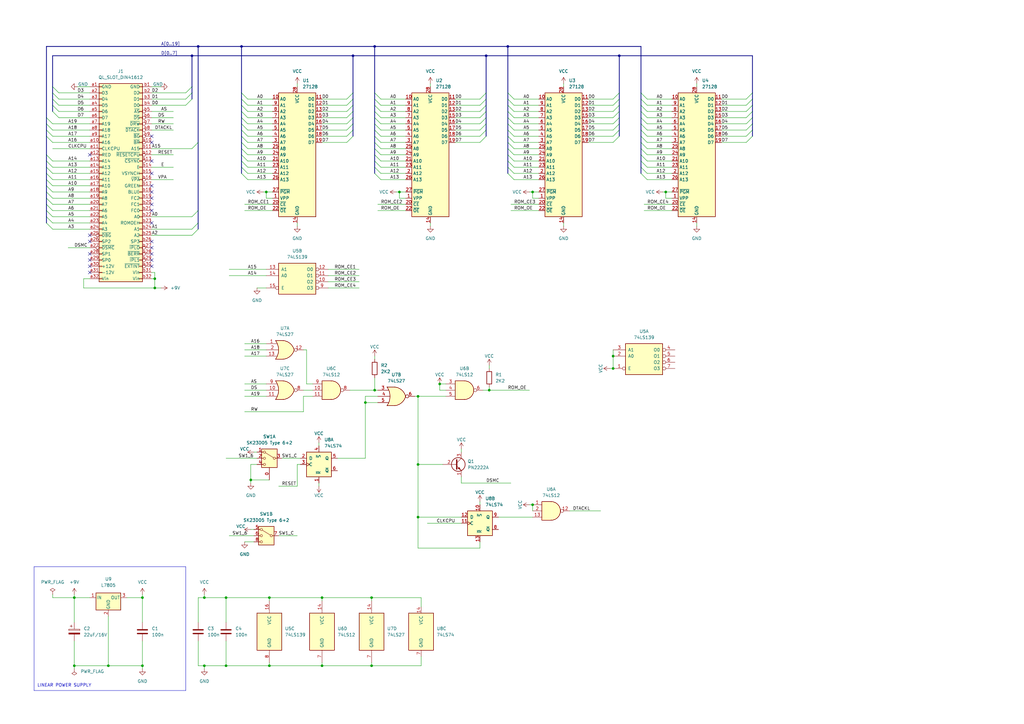
<source format=kicad_sch>
(kicad_sch (version 20250114) (generator "eeschema") (generator_version "9.0")
  (paper "A3")
  (title_block (title "Sinclair QL ROM Board") (date "2025-08-23") (rev "0.0") (company "Alvaro Alea Fernandez"))
  (text "LINEAR POWER SUPPLY" (at 15.24 281.94 0) (effects (font (size 1.27 1.27)) (justify left bottom)))
  (junction (at 44.45 273.05))
  (junction (at 152.4 273.05))
  (junction (at 83.82 273.05))
  (junction (at 149.86 165.1))
  (junction (at 30.48 273.05))
  (junction (at 78.74 22.86))
  (junction (at 110.49 273.05))
  (junction (at 109.22 78.74))
  (junction (at 63.5 118.11))
  (junction (at 58.42 245.11))
  (junction (at 171.45 212.09))
  (junction (at 132.08 245.11))
  (junction (at 58.42 273.05))
  (junction (at 273.05 78.74))
  (junction (at 102.87 196.85))
  (junction (at 152.4 245.11))
  (junction (at 132.08 273.05))
  (junction (at 153.67 160.02))
  (junction (at 83.82 245.11))
  (junction (at 63.5 114.3))
  (junction (at 30.48 245.11))
  (junction (at 92.71 245.11))
  (junction (at 81.28 19.05))
  (junction (at 200.66 160.02))
  (junction (at 254 22.86))
  (junction (at 218.44 207.01))
  (junction (at 99.06 19.05))
  (junction (at 218.44 78.74))
  (junction (at 171.45 190.5))
  (junction (at 144.78 22.86))
  (junction (at 163.83 78.74))
  (junction (at 110.49 245.11))
  (junction (at 251.46 146.05))
  (junction (at 180.34 157.48))
  (junction (at 208.28 19.05))
  (junction (at 153.67 19.05))
  (junction (at 251.46 151.13))
  (junction (at 199.39 22.86))
  (junction (at 171.45 162.56))
  (junction (at 92.71 273.05))
  (no_connect (at 62.23 91.44))
  (no_connect (at 36.83 96.52))
  (no_connect (at 62.23 76.2))
  (no_connect (at 62.23 66.04))
  (no_connect (at 36.83 111.76))
  (no_connect (at 62.23 86.36))
  (no_connect (at 62.23 55.88))
  (no_connect (at 36.83 99.06))
  (no_connect (at 36.83 106.68))
  (no_connect (at 62.23 99.06))
  (no_connect (at 62.23 104.14))
  (no_connect (at 62.23 106.68))
  (no_connect (at 62.23 109.22))
  (no_connect (at 36.83 63.5))
  (no_connect (at 62.23 101.6))
  (no_connect (at 62.23 83.82))
  (no_connect (at 62.23 78.74))
  (no_connect (at 62.23 58.42))
  (no_connect (at 36.83 104.14))
  (no_connect (at 36.83 109.22))
  (no_connect (at 62.23 71.12))
  (no_connect (at 62.23 81.28))
  (bus_entry (at 144.78 45.72) (size -2.54 2.54))
  (bus_entry (at 254 43.18) (size -2.54 2.54))
  (bus_entry (at 153.67 45.72) (size 2.54 2.54))
  (bus_entry (at 19.05 83.82) (size 2.54 2.54))
  (bus_entry (at 99.06 50.8) (size 2.54 2.54))
  (bus_entry (at 81.28 91.44) (size -2.54 2.54))
  (bus_entry (at 19.05 86.36) (size 2.54 2.54))
  (bus_entry (at 254 48.26) (size -2.54 2.54))
  (bus_entry (at 262.89 38.1) (size 2.54 2.54))
  (bus_entry (at 208.28 55.88) (size 2.54 2.54))
  (bus_entry (at 99.06 58.42) (size 2.54 2.54))
  (bus_entry (at 19.05 73.66) (size 2.54 2.54))
  (bus_entry (at 144.78 38.1) (size -2.54 2.54))
  (bus_entry (at 99.06 71.12) (size 2.54 2.54))
  (bus_entry (at 99.06 40.64) (size 2.54 2.54))
  (bus_entry (at 78.74 40.64) (size -2.54 2.54))
  (bus_entry (at 199.39 45.72) (size -2.54 2.54))
  (bus_entry (at 153.67 43.18) (size 2.54 2.54))
  (bus_entry (at 99.06 68.58) (size 2.54 2.54))
  (bus_entry (at 199.39 43.18) (size -2.54 2.54))
  (bus_entry (at 99.06 45.72) (size 2.54 2.54))
  (bus_entry (at 308.61 43.18) (size -2.54 2.54))
  (bus_entry (at 262.89 71.12) (size 2.54 2.54))
  (bus_entry (at 19.05 55.88) (size 2.54 2.54))
  (bus_entry (at 153.67 63.5) (size 2.54 2.54))
  (bus_entry (at 208.28 66.04) (size 2.54 2.54))
  (bus_entry (at 19.05 78.74) (size 2.54 2.54))
  (bus_entry (at 208.28 45.72) (size 2.54 2.54))
  (bus_entry (at 262.89 50.8) (size 2.54 2.54))
  (bus_entry (at 99.06 48.26) (size 2.54 2.54))
  (bus_entry (at 99.06 38.1) (size 2.54 2.54))
  (bus_entry (at 153.67 68.58) (size 2.54 2.54))
  (bus_entry (at 208.28 63.5) (size 2.54 2.54))
  (bus_entry (at 21.59 43.18) (size 2.54 2.54))
  (bus_entry (at 199.39 48.26) (size -2.54 2.54))
  (bus_entry (at 262.89 53.34) (size 2.54 2.54))
  (bus_entry (at 153.67 53.34) (size 2.54 2.54))
  (bus_entry (at 262.89 43.18) (size 2.54 2.54))
  (bus_entry (at 153.67 55.88) (size 2.54 2.54))
  (bus_entry (at 19.05 71.12) (size 2.54 2.54))
  (bus_entry (at 81.28 93.98) (size -2.54 2.54))
  (bus_entry (at 81.28 58.42) (size -2.54 2.54))
  (bus_entry (at 208.28 60.96) (size 2.54 2.54))
  (bus_entry (at 19.05 53.34) (size 2.54 2.54))
  (bus_entry (at 153.67 71.12) (size 2.54 2.54))
  (bus_entry (at 199.39 38.1) (size -2.54 2.54))
  (bus_entry (at 19.05 48.26) (size 2.54 2.54))
  (bus_entry (at 153.67 50.8) (size 2.54 2.54))
  (bus_entry (at 19.05 63.5) (size 2.54 2.54))
  (bus_entry (at 19.05 50.8) (size 2.54 2.54))
  (bus_entry (at 144.78 50.8) (size -2.54 2.54))
  (bus_entry (at 99.06 53.34) (size 2.54 2.54))
  (bus_entry (at 21.59 38.1) (size 2.54 2.54))
  (bus_entry (at 144.78 40.64) (size -2.54 2.54))
  (bus_entry (at 21.59 35.56) (size 2.54 2.54))
  (bus_entry (at 21.59 45.72) (size 2.54 2.54))
  (bus_entry (at 208.28 68.58) (size 2.54 2.54))
  (bus_entry (at 208.28 38.1) (size 2.54 2.54))
  (bus_entry (at 81.28 86.36) (size -2.54 2.54))
  (bus_entry (at 19.05 76.2) (size 2.54 2.54))
  (bus_entry (at 153.67 58.42) (size 2.54 2.54))
  (bus_entry (at 144.78 48.26) (size -2.54 2.54))
  (bus_entry (at 144.78 55.88) (size -2.54 2.54))
  (bus_entry (at 78.74 38.1) (size -2.54 2.54))
  (bus_entry (at 208.28 53.34) (size 2.54 2.54))
  (bus_entry (at 308.61 55.88) (size -2.54 2.54))
  (bus_entry (at 199.39 53.34) (size -2.54 2.54))
  (bus_entry (at 208.28 71.12) (size 2.54 2.54))
  (bus_entry (at 308.61 53.34) (size -2.54 2.54))
  (bus_entry (at 208.28 43.18) (size 2.54 2.54))
  (bus_entry (at 254 55.88) (size -2.54 2.54))
  (bus_entry (at 199.39 55.88) (size -2.54 2.54))
  (bus_entry (at 153.67 60.96) (size 2.54 2.54))
  (bus_entry (at 144.78 43.18) (size -2.54 2.54))
  (bus_entry (at 19.05 88.9) (size 2.54 2.54))
  (bus_entry (at 308.61 50.8) (size -2.54 2.54))
  (bus_entry (at 19.05 81.28) (size 2.54 2.54))
  (bus_entry (at 308.61 45.72) (size -2.54 2.54))
  (bus_entry (at 308.61 38.1) (size -2.54 2.54))
  (bus_entry (at 19.05 66.04) (size 2.54 2.54))
  (bus_entry (at 153.67 38.1) (size 2.54 2.54))
  (bus_entry (at 19.05 68.58) (size 2.54 2.54))
  (bus_entry (at 208.28 50.8) (size 2.54 2.54))
  (bus_entry (at 99.06 63.5) (size 2.54 2.54))
  (bus_entry (at 254 53.34) (size -2.54 2.54))
  (bus_entry (at 254 40.64) (size -2.54 2.54))
  (bus_entry (at 262.89 45.72) (size 2.54 2.54))
  (bus_entry (at 99.06 55.88) (size 2.54 2.54))
  (bus_entry (at 199.39 50.8) (size -2.54 2.54))
  (bus_entry (at 262.89 68.58) (size 2.54 2.54))
  (bus_entry (at 21.59 40.64) (size 2.54 2.54))
  (bus_entry (at 262.89 55.88) (size 2.54 2.54))
  (bus_entry (at 254 50.8) (size -2.54 2.54))
  (bus_entry (at 262.89 66.04) (size 2.54 2.54))
  (bus_entry (at 153.67 48.26) (size 2.54 2.54))
  (bus_entry (at 308.61 40.64) (size -2.54 2.54))
  (bus_entry (at 19.05 91.44) (size 2.54 2.54))
  (bus_entry (at 254 45.72) (size -2.54 2.54))
  (bus_entry (at 208.28 40.64) (size 2.54 2.54))
  (bus_entry (at 208.28 48.26) (size 2.54 2.54))
  (bus_entry (at 144.78 53.34) (size -2.54 2.54))
  (bus_entry (at 99.06 66.04) (size 2.54 2.54))
  (bus_entry (at 78.74 35.56) (size -2.54 2.54))
  (bus_entry (at 153.67 40.64) (size 2.54 2.54))
  (bus_entry (at 153.67 66.04) (size 2.54 2.54))
  (bus_entry (at 262.89 60.96) (size 2.54 2.54))
  (bus_entry (at 99.06 60.96) (size 2.54 2.54))
  (bus_entry (at 308.61 48.26) (size -2.54 2.54))
  (bus_entry (at 262.89 48.26) (size 2.54 2.54))
  (bus_entry (at 199.39 40.64) (size -2.54 2.54))
  (bus_entry (at 208.28 58.42) (size 2.54 2.54))
  (bus_entry (at 99.06 43.18) (size 2.54 2.54))
  (bus_entry (at 262.89 58.42) (size 2.54 2.54))
  (bus_entry (at 262.89 40.64) (size 2.54 2.54))
  (bus_entry (at 262.89 63.5) (size 2.54 2.54))
  (bus_entry (at 254 38.1) (size -2.54 2.54))
  (bus (pts (xy 153.67 43.18) (xy 153.67 45.72)))
  (wire (pts (xy 138.43 187.96) (xy 149.86 187.96)))
  (wire (pts (xy 196.85 205.74) (xy 196.85 207.01)))
  (wire (pts (xy 132.08 271.78) (xy 132.08 273.05)))
  (bus (pts (xy 81.28 58.42) (xy 81.28 86.36)))
  (bus (pts (xy 21.59 38.1) (xy 21.59 40.64)))
  (wire (pts (xy 34.29 118.11) (xy 63.5 118.11)))
  (wire (pts (xy 124.46 160.02) (xy 128.27 160.02)))
  (wire (pts (xy 62.23 48.26) (xy 71.12 48.26)))
  (bus (pts (xy 99.06 63.5) (xy 99.06 66.04)))
  (wire (pts (xy 100.33 162.56) (xy 109.22 162.56)))
  (bus (pts (xy 262.89 50.8) (xy 262.89 53.34)))
  (wire (pts (xy 124.46 162.56) (xy 124.46 168.91)))
  (wire (pts (xy 121.92 91.44) (xy 121.92 92.71)))
  (wire (pts (xy 182.88 162.56) (xy 171.45 162.56)))
  (wire (pts (xy 109.22 78.74) (xy 109.22 81.28)))
  (wire (pts (xy 111.76 81.28) (xy 109.22 81.28)))
  (bus (pts (xy 208.28 58.42) (xy 208.28 60.96)))
  (wire (pts (xy 218.44 78.74) (xy 218.44 81.28)))
  (wire (pts (xy 132.08 40.64) (xy 142.24 40.64)))
  (wire (pts (xy 265.43 40.64) (xy 275.59 40.64)))
  (bus (pts (xy 144.78 43.18) (xy 144.78 45.72)))
  (wire (pts (xy 100.33 168.91) (xy 124.46 168.91)))
  (wire (pts (xy 186.69 40.64) (xy 196.85 40.64)))
  (wire (pts (xy 92.71 245.11) (xy 92.71 255.27)))
  (wire (pts (xy 62.23 40.64) (xy 76.2 40.64)))
  (wire (pts (xy 218.44 207.01) (xy 218.44 209.55)))
  (bus (pts (xy 19.05 66.04) (xy 19.05 68.58)))
  (wire (pts (xy 265.43 48.26) (xy 275.59 48.26)))
  (wire (pts (xy 265.43 63.5) (xy 275.59 63.5)))
  (wire (pts (xy 180.34 157.48) (xy 180.34 160.02)))
  (bus (pts (xy 308.61 53.34) (xy 308.61 55.88)))
  (wire (pts (xy 101.6 50.8) (xy 111.76 50.8)))
  (bus (pts (xy 199.39 43.18) (xy 199.39 45.72)))
  (wire (pts (xy 285.75 34.29) (xy 285.75 35.56)))
  (wire (pts (xy 134.62 113.03) (xy 147.32 113.03)))
  (wire (pts (xy 149.86 165.1) (xy 154.94 165.1)))
  (bus (pts (xy 99.06 45.72) (xy 99.06 48.26)))
  (wire (pts (xy 21.59 53.34) (xy 36.83 53.34)))
  (bus (pts (xy 19.05 88.9) (xy 19.05 91.44)))
  (wire (pts (xy 100.33 146.05) (xy 109.22 146.05)))
  (wire (pts (xy 114.3 199.39) (xy 121.92 199.39)))
  (wire (pts (xy 149.86 162.56) (xy 154.94 162.56)))
  (bus (pts (xy 78.74 35.56) (xy 78.74 38.1)))
  (bus (pts (xy 19.05 76.2) (xy 19.05 78.74)))
  (wire (pts (xy 171.45 224.79) (xy 196.85 224.79)))
  (wire (pts (xy 62.23 63.5) (xy 71.12 63.5)))
  (wire (pts (xy 101.6 60.96) (xy 111.76 60.96)))
  (wire (pts (xy 186.69 53.34) (xy 196.85 53.34)))
  (bus (pts (xy 19.05 19.05) (xy 19.05 48.26)))
  (wire (pts (xy 21.59 76.2) (xy 36.83 76.2)))
  (wire (pts (xy 21.59 78.74) (xy 36.83 78.74)))
  (wire (pts (xy 102.87 217.17) (xy 104.14 217.17)))
  (bus (pts (xy 81.28 19.05) (xy 99.06 19.05)))
  (bus (pts (xy 99.06 19.05) (xy 99.06 38.1)))
  (wire (pts (xy 220.98 86.36) (xy 209.55 86.36)))
  (wire (pts (xy 101.6 45.72) (xy 111.76 45.72)))
  (wire (pts (xy 132.08 53.34) (xy 142.24 53.34)))
  (wire (pts (xy 92.71 187.96) (xy 105.41 187.96)))
  (wire (pts (xy 295.91 58.42) (xy 306.07 58.42)))
  (bus (pts (xy 199.39 22.86) (xy 199.39 38.1)))
  (wire (pts (xy 110.49 245.11) (xy 110.49 246.38)))
  (bus (pts (xy 208.28 63.5) (xy 208.28 66.04)))
  (wire (pts (xy 101.6 63.5) (xy 111.76 63.5)))
  (wire (pts (xy 241.3 50.8) (xy 251.46 50.8)))
  (wire (pts (xy 100.33 140.97) (xy 109.22 140.97)))
  (wire (pts (xy 83.82 273.05) (xy 92.71 273.05)))
  (wire (pts (xy 92.71 273.05) (xy 110.49 273.05)))
  (wire (pts (xy 210.82 48.26) (xy 220.98 48.26)))
  (wire (pts (xy 30.48 273.05) (xy 30.48 274.32)))
  (polyline (pts (xy 76.2 283.21) (xy 76.2 232.41)))
  (wire (pts (xy 156.21 50.8) (xy 166.37 50.8)))
  (wire (pts (xy 134.62 110.49) (xy 147.32 110.49)))
  (wire (pts (xy 58.42 262.89) (xy 58.42 273.05)))
  (bus (pts (xy 308.61 38.1) (xy 308.61 40.64)))
  (wire (pts (xy 62.23 35.56) (xy 66.04 35.56)))
  (bus (pts (xy 99.06 58.42) (xy 99.06 60.96)))
  (wire (pts (xy 166.37 83.82) (xy 154.94 83.82)))
  (bus (pts (xy 208.28 40.64) (xy 208.28 43.18)))
  (wire (pts (xy 156.21 68.58) (xy 166.37 68.58)))
  (bus (pts (xy 153.67 58.42) (xy 153.67 60.96)))
  (wire (pts (xy 30.48 245.11) (xy 21.59 245.11)))
  (wire (pts (xy 156.21 53.34) (xy 166.37 53.34)))
  (wire (pts (xy 132.08 43.18) (xy 142.24 43.18)))
  (bus (pts (xy 262.89 40.64) (xy 262.89 43.18)))
  (polyline (pts (xy 13.97 283.21) (xy 76.2 283.21)))
  (wire (pts (xy 128.27 157.48) (xy 125.73 157.48)))
  (wire (pts (xy 149.86 162.56) (xy 149.86 165.1)))
  (bus (pts (xy 262.89 58.42) (xy 262.89 60.96)))
  (bus (pts (xy 19.05 83.82) (xy 19.05 86.36)))
  (bus (pts (xy 208.28 43.18) (xy 208.28 45.72)))
  (wire (pts (xy 176.53 34.29) (xy 176.53 35.56)))
  (wire (pts (xy 218.44 78.74) (xy 220.98 78.74)))
  (bus (pts (xy 153.67 63.5) (xy 153.67 66.04)))
  (wire (pts (xy 265.43 50.8) (xy 275.59 50.8)))
  (bus (pts (xy 254 38.1) (xy 254 40.64)))
  (wire (pts (xy 30.48 243.84) (xy 30.48 245.11)))
  (bus (pts (xy 262.89 68.58) (xy 262.89 71.12)))
  (wire (pts (xy 30.48 273.05) (xy 44.45 273.05)))
  (wire (pts (xy 44.45 252.73) (xy 44.45 273.05)))
  (wire (pts (xy 44.45 273.05) (xy 58.42 273.05)))
  (wire (pts (xy 81.28 273.05) (xy 83.82 273.05)))
  (wire (pts (xy 186.69 45.72) (xy 196.85 45.72)))
  (wire (pts (xy 101.6 68.58) (xy 111.76 68.58)))
  (bus (pts (xy 153.67 66.04) (xy 153.67 68.58)))
  (wire (pts (xy 241.3 58.42) (xy 251.46 58.42)))
  (wire (pts (xy 231.14 34.29) (xy 231.14 35.56)))
  (bus (pts (xy 308.61 43.18) (xy 308.61 45.72)))
  (bus (pts (xy 153.67 38.1) (xy 153.67 40.64)))
  (polyline (pts (xy 13.97 232.41) (xy 76.2 232.41)))
  (wire (pts (xy 210.82 50.8) (xy 220.98 50.8)))
  (bus (pts (xy 208.28 19.05) (xy 262.89 19.05)))
  (bus (pts (xy 19.05 48.26) (xy 19.05 50.8)))
  (bus (pts (xy 21.59 22.86) (xy 78.74 22.86)))
  (wire (pts (xy 172.72 273.05) (xy 152.4 273.05)))
  (wire (pts (xy 30.48 262.89) (xy 30.48 273.05)))
  (wire (pts (xy 21.59 93.98) (xy 36.83 93.98)))
  (wire (pts (xy 241.3 45.72) (xy 251.46 45.72)))
  (wire (pts (xy 21.59 243.84) (xy 21.59 245.11)))
  (wire (pts (xy 63.5 114.3) (xy 63.5 111.76)))
  (wire (pts (xy 233.68 209.55) (xy 246.38 209.55)))
  (wire (pts (xy 21.59 55.88) (xy 36.83 55.88)))
  (wire (pts (xy 265.43 43.18) (xy 275.59 43.18)))
  (wire (pts (xy 295.91 40.64) (xy 306.07 40.64)))
  (wire (pts (xy 210.82 43.18) (xy 220.98 43.18)))
  (wire (pts (xy 171.45 212.09) (xy 189.23 212.09)))
  (wire (pts (xy 130.81 199.39) (xy 130.81 198.12)))
  (bus (pts (xy 19.05 78.74) (xy 19.05 81.28)))
  (wire (pts (xy 101.6 43.18) (xy 111.76 43.18)))
  (wire (pts (xy 128.27 162.56) (xy 124.46 162.56)))
  (wire (pts (xy 132.08 50.8) (xy 142.24 50.8)))
  (bus (pts (xy 19.05 63.5) (xy 19.05 66.04)))
  (wire (pts (xy 210.82 63.5) (xy 220.98 63.5)))
  (wire (pts (xy 163.83 78.74) (xy 166.37 78.74)))
  (bus (pts (xy 144.78 40.64) (xy 144.78 43.18)))
  (wire (pts (xy 30.48 245.11) (xy 30.48 255.27)))
  (wire (pts (xy 265.43 53.34) (xy 275.59 53.34)))
  (wire (pts (xy 182.88 157.48) (xy 180.34 157.48)))
  (wire (pts (xy 132.08 45.72) (xy 142.24 45.72)))
  (wire (pts (xy 265.43 60.96) (xy 275.59 60.96)))
  (bus (pts (xy 262.89 43.18) (xy 262.89 45.72)))
  (wire (pts (xy 149.86 187.96) (xy 149.86 165.1)))
  (wire (pts (xy 189.23 195.58) (xy 189.23 198.12)))
  (wire (pts (xy 189.23 198.12) (xy 209.55 198.12)))
  (wire (pts (xy 36.83 114.3) (xy 34.29 114.3)))
  (wire (pts (xy 132.08 245.11) (xy 132.08 246.38)))
  (wire (pts (xy 34.29 114.3) (xy 34.29 118.11)))
  (bus (pts (xy 262.89 55.88) (xy 262.89 58.42)))
  (wire (pts (xy 62.23 60.96) (xy 78.74 60.96)))
  (bus (pts (xy 153.67 68.58) (xy 153.67 71.12)))
  (wire (pts (xy 21.59 83.82) (xy 36.83 83.82)))
  (wire (pts (xy 62.23 73.66) (xy 71.12 73.66)))
  (wire (pts (xy 101.6 66.04) (xy 111.76 66.04)))
  (wire (pts (xy 21.59 60.96) (xy 36.83 60.96)))
  (wire (pts (xy 24.13 43.18) (xy 36.83 43.18)))
  (wire (pts (xy 271.78 78.74) (xy 273.05 78.74)))
  (bus (pts (xy 99.06 43.18) (xy 99.06 45.72)))
  (wire (pts (xy 275.59 83.82) (xy 264.16 83.82)))
  (wire (pts (xy 134.62 118.11) (xy 147.32 118.11)))
  (wire (pts (xy 100.33 157.48) (xy 109.22 157.48)))
  (bus (pts (xy 153.67 45.72) (xy 153.67 48.26)))
  (wire (pts (xy 101.6 48.26) (xy 111.76 48.26)))
  (wire (pts (xy 241.3 55.88) (xy 251.46 55.88)))
  (wire (pts (xy 152.4 273.05) (xy 132.08 273.05)))
  (wire (pts (xy 121.92 190.5) (xy 123.19 190.5)))
  (wire (pts (xy 62.23 88.9) (xy 78.74 88.9)))
  (wire (pts (xy 24.13 40.64) (xy 36.83 40.64)))
  (bus (pts (xy 254 53.34) (xy 254 55.88)))
  (bus (pts (xy 81.28 19.05) (xy 81.28 58.42)))
  (wire (pts (xy 21.59 91.44) (xy 36.83 91.44)))
  (wire (pts (xy 162.56 78.74) (xy 163.83 78.74)))
  (bus (pts (xy 208.28 66.04) (xy 208.28 68.58)))
  (wire (pts (xy 36.83 245.11) (xy 30.48 245.11)))
  (wire (pts (xy 171.45 162.56) (xy 170.18 162.56)))
  (wire (pts (xy 21.59 71.12) (xy 36.83 71.12)))
  (wire (pts (xy 100.33 160.02) (xy 109.22 160.02)))
  (wire (pts (xy 83.82 273.05) (xy 83.82 274.32)))
  (bus (pts (xy 78.74 38.1) (xy 78.74 40.64)))
  (wire (pts (xy 210.82 40.64) (xy 220.98 40.64)))
  (wire (pts (xy 58.42 243.84) (xy 58.42 245.11)))
  (wire (pts (xy 102.87 198.12) (xy 102.87 196.85)))
  (wire (pts (xy 62.23 53.34) (xy 71.12 53.34)))
  (wire (pts (xy 93.98 113.03) (xy 109.22 113.03)))
  (wire (pts (xy 210.82 45.72) (xy 220.98 45.72)))
  (bus (pts (xy 144.78 48.26) (xy 144.78 50.8)))
  (bus (pts (xy 99.06 60.96) (xy 99.06 63.5)))
  (wire (pts (xy 62.23 38.1) (xy 76.2 38.1)))
  (wire (pts (xy 27.94 101.6) (xy 36.83 101.6)))
  (bus (pts (xy 308.61 50.8) (xy 308.61 53.34)))
  (wire (pts (xy 101.6 53.34) (xy 111.76 53.34)))
  (wire (pts (xy 251.46 143.51) (xy 251.46 146.05)))
  (wire (pts (xy 107.95 78.74) (xy 109.22 78.74)))
  (bus (pts (xy 19.05 86.36) (xy 19.05 88.9)))
  (wire (pts (xy 217.17 207.01) (xy 218.44 207.01)))
  (bus (pts (xy 254 50.8) (xy 254 53.34)))
  (bus (pts (xy 262.89 45.72) (xy 262.89 48.26)))
  (wire (pts (xy 58.42 245.11) (xy 58.42 255.27)))
  (wire (pts (xy 62.23 68.58) (xy 71.12 68.58)))
  (bus (pts (xy 99.06 48.26) (xy 99.06 50.8)))
  (bus (pts (xy 144.78 38.1) (xy 144.78 40.64)))
  (wire (pts (xy 111.76 86.36) (xy 100.33 86.36)))
  (bus (pts (xy 208.28 48.26) (xy 208.28 50.8)))
  (bus (pts (xy 254 40.64) (xy 254 43.18)))
  (wire (pts (xy 111.76 83.82) (xy 100.33 83.82)))
  (wire (pts (xy 21.59 81.28) (xy 36.83 81.28)))
  (wire (pts (xy 134.62 115.57) (xy 147.32 115.57)))
  (wire (pts (xy 200.66 151.13) (xy 200.66 149.86)))
  (wire (pts (xy 62.23 50.8) (xy 71.12 50.8)))
  (wire (pts (xy 241.3 53.34) (xy 251.46 53.34)))
  (bus (pts (xy 99.06 19.05) (xy 153.67 19.05)))
  (bus (pts (xy 19.05 55.88) (xy 19.05 63.5)))
  (bus (pts (xy 208.28 38.1) (xy 208.28 40.64)))
  (wire (pts (xy 62.23 96.52) (xy 78.74 96.52)))
  (bus (pts (xy 19.05 73.66) (xy 19.05 76.2)))
  (wire (pts (xy 295.91 48.26) (xy 306.07 48.26)))
  (wire (pts (xy 156.21 60.96) (xy 166.37 60.96)))
  (wire (pts (xy 21.59 73.66) (xy 36.83 73.66)))
  (wire (pts (xy 156.21 58.42) (xy 166.37 58.42)))
  (bus (pts (xy 262.89 60.96) (xy 262.89 63.5)))
  (wire (pts (xy 101.6 55.88) (xy 111.76 55.88)))
  (wire (pts (xy 210.82 71.12) (xy 220.98 71.12)))
  (bus (pts (xy 308.61 48.26) (xy 308.61 50.8)))
  (wire (pts (xy 102.87 190.5) (xy 105.41 190.5)))
  (wire (pts (xy 152.4 245.11) (xy 152.4 246.38)))
  (wire (pts (xy 121.92 34.29) (xy 121.92 35.56)))
  (wire (pts (xy 189.23 184.15) (xy 189.23 185.42)))
  (wire (pts (xy 115.57 187.96) (xy 123.19 187.96)))
  (wire (pts (xy 210.82 66.04) (xy 220.98 66.04)))
  (wire (pts (xy 101.6 40.64) (xy 111.76 40.64)))
  (wire (pts (xy 295.91 45.72) (xy 306.07 45.72)))
  (bus (pts (xy 308.61 40.64) (xy 308.61 43.18)))
  (bus (pts (xy 153.67 48.26) (xy 153.67 50.8)))
  (wire (pts (xy 110.49 271.78) (xy 110.49 273.05)))
  (wire (pts (xy 182.88 160.02) (xy 180.34 160.02)))
  (bus (pts (xy 199.39 48.26) (xy 199.39 50.8)))
  (wire (pts (xy 250.19 151.13) (xy 251.46 151.13)))
  (wire (pts (xy 265.43 66.04) (xy 275.59 66.04)))
  (bus (pts (xy 208.28 50.8) (xy 208.28 53.34)))
  (bus (pts (xy 308.61 22.86) (xy 308.61 38.1)))
  (wire (pts (xy 24.13 38.1) (xy 36.83 38.1)))
  (wire (pts (xy 210.82 55.88) (xy 220.98 55.88)))
  (wire (pts (xy 196.85 222.25) (xy 196.85 224.79)))
  (bus (pts (xy 262.89 19.05) (xy 262.89 38.1)))
  (wire (pts (xy 186.69 55.88) (xy 196.85 55.88)))
  (bus (pts (xy 144.78 22.86) (xy 199.39 22.86)))
  (wire (pts (xy 186.69 50.8) (xy 196.85 50.8)))
  (bus (pts (xy 199.39 53.34) (xy 199.39 55.88)))
  (wire (pts (xy 285.75 91.44) (xy 285.75 92.71)))
  (bus (pts (xy 21.59 22.86) (xy 21.59 35.56)))
  (bus (pts (xy 262.89 38.1) (xy 262.89 40.64)))
  (wire (pts (xy 163.83 78.74) (xy 163.83 81.28)))
  (wire (pts (xy 21.59 50.8) (xy 36.83 50.8)))
  (wire (pts (xy 101.6 71.12) (xy 111.76 71.12)))
  (wire (pts (xy 200.66 160.02) (xy 198.12 160.02)))
  (wire (pts (xy 156.21 45.72) (xy 166.37 45.72)))
  (wire (pts (xy 156.21 71.12) (xy 166.37 71.12)))
  (wire (pts (xy 265.43 73.66) (xy 275.59 73.66)))
  (wire (pts (xy 217.17 78.74) (xy 218.44 78.74)))
  (bus (pts (xy 254 45.72) (xy 254 48.26)))
  (bus (pts (xy 308.61 45.72) (xy 308.61 48.26)))
  (bus (pts (xy 153.67 19.05) (xy 153.67 38.1)))
  (bus (pts (xy 208.28 53.34) (xy 208.28 55.88)))
  (bus (pts (xy 254 22.86) (xy 254 38.1)))
  (wire (pts (xy 24.13 48.26) (xy 36.83 48.26)))
  (bus (pts (xy 262.89 63.5) (xy 262.89 66.04)))
  (wire (pts (xy 156.21 43.18) (xy 166.37 43.18)))
  (wire (pts (xy 210.82 53.34) (xy 220.98 53.34)))
  (wire (pts (xy 186.69 58.42) (xy 196.85 58.42)))
  (wire (pts (xy 31.75 35.56) (xy 36.83 35.56)))
  (wire (pts (xy 152.4 245.11) (xy 132.08 245.11)))
  (wire (pts (xy 21.59 86.36) (xy 36.83 86.36)))
  (bus (pts (xy 199.39 38.1) (xy 199.39 40.64)))
  (wire (pts (xy 63.5 118.11) (xy 66.04 118.11)))
  (wire (pts (xy 166.37 86.36) (xy 154.94 86.36)))
  (wire (pts (xy 171.45 162.56) (xy 171.45 190.5)))
  (wire (pts (xy 166.37 81.28) (xy 163.83 81.28)))
  (wire (pts (xy 156.21 48.26) (xy 166.37 48.26)))
  (wire (pts (xy 130.81 181.61) (xy 130.81 182.88)))
  (wire (pts (xy 93.98 110.49) (xy 109.22 110.49)))
  (wire (pts (xy 24.13 45.72) (xy 36.83 45.72)))
  (bus (pts (xy 254 48.26) (xy 254 50.8)))
  (wire (pts (xy 210.82 73.66) (xy 220.98 73.66)))
  (wire (pts (xy 104.14 185.42) (xy 105.41 185.42)))
  (wire (pts (xy 172.72 248.92) (xy 172.72 245.11)))
  (wire (pts (xy 220.98 83.82) (xy 209.55 83.82)))
  (bus (pts (xy 199.39 45.72) (xy 199.39 48.26)))
  (wire (pts (xy 265.43 45.72) (xy 275.59 45.72)))
  (wire (pts (xy 241.3 40.64) (xy 251.46 40.64)))
  (bus (pts (xy 153.67 55.88) (xy 153.67 58.42)))
  (wire (pts (xy 132.08 55.88) (xy 142.24 55.88)))
  (wire (pts (xy 81.28 245.11) (xy 83.82 245.11)))
  (wire (pts (xy 81.28 255.27) (xy 81.28 245.11)))
  (wire (pts (xy 63.5 111.76) (xy 62.23 111.76)))
  (wire (pts (xy 62.23 114.3) (xy 63.5 114.3)))
  (wire (pts (xy 153.67 146.05) (xy 153.67 147.32)))
  (wire (pts (xy 62.23 45.72) (xy 71.12 45.72)))
  (bus (pts (xy 153.67 50.8) (xy 153.67 53.34)))
  (bus (pts (xy 99.06 55.88) (xy 99.06 58.42)))
  (bus (pts (xy 144.78 50.8) (xy 144.78 53.34)))
  (bus (pts (xy 99.06 38.1) (xy 99.06 40.64)))
  (bus (pts (xy 19.05 53.34) (xy 19.05 55.88)))
  (wire (pts (xy 295.91 53.34) (xy 306.07 53.34)))
  (wire (pts (xy 156.21 55.88) (xy 166.37 55.88)))
  (wire (pts (xy 265.43 55.88) (xy 275.59 55.88)))
  (bus (pts (xy 208.28 19.05) (xy 208.28 38.1)))
  (wire (pts (xy 132.08 48.26) (xy 142.24 48.26)))
  (bus (pts (xy 144.78 22.86) (xy 144.78 38.1)))
  (bus (pts (xy 21.59 40.64) (xy 21.59 43.18)))
  (bus (pts (xy 144.78 53.34) (xy 144.78 55.88)))
  (polyline (pts (xy 13.97 232.41) (xy 13.97 283.21)))
  (bus (pts (xy 19.05 71.12) (xy 19.05 73.66)))
  (bus (pts (xy 78.74 22.86) (xy 78.74 35.56)))
  (bus (pts (xy 99.06 66.04) (xy 99.06 68.58)))
  (wire (pts (xy 153.67 160.02) (xy 153.67 154.94)))
  (bus (pts (xy 19.05 19.05) (xy 81.28 19.05)))
  (bus (pts (xy 208.28 68.58) (xy 208.28 71.12)))
  (bus (pts (xy 19.05 50.8) (xy 19.05 53.34)))
  (wire (pts (xy 275.59 81.28) (xy 273.05 81.28)))
  (wire (pts (xy 21.59 58.42) (xy 36.83 58.42)))
  (wire (pts (xy 241.3 48.26) (xy 251.46 48.26)))
  (wire (pts (xy 101.6 58.42) (xy 111.76 58.42)))
  (bus (pts (xy 19.05 81.28) (xy 19.05 83.82)))
  (wire (pts (xy 62.23 93.98) (xy 78.74 93.98)))
  (bus (pts (xy 78.74 22.86) (xy 144.78 22.86)))
  (wire (pts (xy 171.45 224.79) (xy 171.45 212.09)))
  (wire (pts (xy 241.3 43.18) (xy 251.46 43.18)))
  (bus (pts (xy 153.67 60.96) (xy 153.67 63.5)))
  (wire (pts (xy 83.82 243.84) (xy 83.82 245.11)))
  (bus (pts (xy 153.67 19.05) (xy 208.28 19.05)))
  (wire (pts (xy 210.82 68.58) (xy 220.98 68.58)))
  (wire (pts (xy 171.45 190.5) (xy 181.61 190.5)))
  (wire (pts (xy 204.47 212.09) (xy 218.44 212.09)))
  (wire (pts (xy 21.59 68.58) (xy 36.83 68.58)))
  (wire (pts (xy 172.72 269.24) (xy 172.72 273.05)))
  (bus (pts (xy 199.39 50.8) (xy 199.39 53.34)))
  (wire (pts (xy 265.43 71.12) (xy 275.59 71.12)))
  (wire (pts (xy 251.46 146.05) (xy 251.46 151.13)))
  (wire (pts (xy 200.66 160.02) (xy 217.17 160.02)))
  (bus (pts (xy 153.67 53.34) (xy 153.67 55.88)))
  (wire (pts (xy 265.43 58.42) (xy 275.59 58.42)))
  (wire (pts (xy 93.98 219.71) (xy 104.14 219.71)))
  (bus (pts (xy 208.28 60.96) (xy 208.28 63.5)))
  (bus (pts (xy 153.67 40.64) (xy 153.67 43.18)))
  (bus (pts (xy 199.39 40.64) (xy 199.39 43.18)))
  (bus (pts (xy 254 43.18) (xy 254 45.72)))
  (bus (pts (xy 21.59 35.56) (xy 21.59 38.1)))
  (wire (pts (xy 132.08 58.42) (xy 142.24 58.42)))
  (wire (pts (xy 100.33 222.25) (xy 104.14 222.25)))
  (wire (pts (xy 275.59 86.36) (xy 264.16 86.36)))
  (wire (pts (xy 231.14 91.44) (xy 231.14 92.71)))
  (wire (pts (xy 21.59 66.04) (xy 36.83 66.04)))
  (bus (pts (xy 21.59 43.18) (xy 21.59 45.72)))
  (bus (pts (xy 81.28 91.44) (xy 81.28 93.98)))
  (wire (pts (xy 114.3 219.71) (xy 121.92 219.71)))
  (wire (pts (xy 171.45 190.5) (xy 171.45 212.09)))
  (wire (pts (xy 143.51 160.02) (xy 153.67 160.02)))
  (bus (pts (xy 262.89 53.34) (xy 262.89 55.88)))
  (bus (pts (xy 144.78 45.72) (xy 144.78 48.26)))
  (wire (pts (xy 132.08 273.05) (xy 110.49 273.05)))
  (wire (pts (xy 210.82 58.42) (xy 220.98 58.42)))
  (wire (pts (xy 153.67 160.02) (xy 154.94 160.02)))
  (wire (pts (xy 295.91 55.88) (xy 306.07 55.88)))
  (wire (pts (xy 273.05 78.74) (xy 275.59 78.74)))
  (wire (pts (xy 175.26 214.63) (xy 189.23 214.63)))
  (wire (pts (xy 21.59 88.9) (xy 36.83 88.9)))
  (wire (pts (xy 156.21 66.04) (xy 166.37 66.04)))
  (wire (pts (xy 152.4 271.78) (xy 152.4 273.05)))
  (wire (pts (xy 295.91 43.18) (xy 306.07 43.18)))
  (wire (pts (xy 81.28 262.89) (xy 81.28 273.05)))
  (bus (pts (xy 99.06 50.8) (xy 99.06 53.34)))
  (wire (pts (xy 102.87 196.85) (xy 110.49 196.85)))
  (wire (pts (xy 220.98 81.28) (xy 218.44 81.28)))
  (wire (pts (xy 62.23 43.18) (xy 76.2 43.18)))
  (wire (pts (xy 172.72 245.11) (xy 152.4 245.11)))
  (bus (pts (xy 19.05 68.58) (xy 19.05 71.12)))
  (wire (pts (xy 121.92 190.5) (xy 121.92 199.39)))
  (wire (pts (xy 63.5 118.11) (xy 63.5 114.3)))
  (wire (pts (xy 125.73 157.48) (xy 125.73 143.51)))
  (wire (pts (xy 176.53 91.44) (xy 176.53 92.71)))
  (wire (pts (xy 295.91 50.8) (xy 306.07 50.8)))
  (bus (pts (xy 99.06 53.34) (xy 99.06 55.88)))
  (wire (pts (xy 52.07 245.11) (xy 58.42 245.11)))
  (wire (pts (xy 83.82 245.11) (xy 92.71 245.11)))
  (wire (pts (xy 92.71 245.11) (xy 110.49 245.11)))
  (wire (pts (xy 58.42 273.05) (xy 58.42 274.32)))
  (wire (pts (xy 186.69 43.18) (xy 196.85 43.18)))
  (wire (pts (xy 102.87 196.85) (xy 102.87 190.5)))
  (wire (pts (xy 273.05 78.74) (xy 273.05 81.28)))
  (bus (pts (xy 99.06 40.64) (xy 99.06 43.18)))
  (wire (pts (xy 156.21 73.66) (xy 166.37 73.66)))
  (bus (pts (xy 254 22.86) (xy 308.61 22.86)))
  (bus (pts (xy 262.89 66.04) (xy 262.89 68.58)))
  (wire (pts (xy 109.22 78.74) (xy 111.76 78.74)))
  (bus (pts (xy 99.06 68.58) (xy 99.06 71.12)))
  (wire (pts (xy 105.41 118.11) (xy 109.22 118.11)))
  (wire (pts (xy 186.69 48.26) (xy 196.85 48.26)))
  (wire (pts (xy 132.08 245.11) (xy 110.49 245.11)))
  (wire (pts (xy 265.43 68.58) (xy 275.59 68.58)))
  (wire (pts (xy 101.6 73.66) (xy 111.76 73.66)))
  (bus (pts (xy 208.28 45.72) (xy 208.28 48.26)))
  (wire (pts (xy 156.21 40.64) (xy 166.37 40.64)))
  (wire (pts (xy 210.82 60.96) (xy 220.98 60.96)))
  (bus (pts (xy 199.39 22.86) (xy 254 22.86)))
  (wire (pts (xy 92.71 262.89) (xy 92.71 273.05)))
  (bus (pts (xy 81.28 86.36) (xy 81.28 91.44)))
  (bus (pts (xy 262.89 48.26) (xy 262.89 50.8)))
  (bus (pts (xy 208.28 55.88) (xy 208.28 58.42)))
  (wire (pts (xy 200.66 158.75) (xy 200.66 160.02)))
  (wire (pts (xy 100.33 143.51) (xy 109.22 143.51)))
  (wire (pts (xy 156.21 63.5) (xy 166.37 63.5)))
  (wire (pts (xy 125.73 143.51) (xy 124.46 143.51)))
  (label "ROM_OE" (at 210.82 86.36 0))
  (label "D3" (at 295.91 48.26 0))
  (label "A6" (at 27.94 86.36 0))
  (label "A9" (at 160.02 63.5 0))
  (label "A7" (at 160.02 58.42 0))
  (label "CLKCPU" (at 179.07 214.63 0))
  (label "A2" (at 160.02 45.72 0))
  (label "DS" (at 102.87 160.02 0))
  (label "D4" (at 132.08 50.8 0))
  (label "A0" (at 105.41 40.64 0))
  (label "A13" (at 214.63 73.66 0))
  (label "SW1_C" (at 115.57 187.96 0))
  (label "A5" (at 160.02 53.34 0))
  (label "A3" (at 160.02 48.26 0))
  (label "ROM_CE2" (at 137.16 113.03 0))
  (label "A1" (at 160.02 43.18 0))
  (label "D4" (at 241.3 50.8 0))
  (label "DTACKL" (at 63.5 53.34 0))
  (label "A0" (at 62.23 88.9 0))
  (label "A3" (at 214.63 48.26 0))
  (label "D7" (at 31.75 48.26 0))
  (label "D3" (at 241.3 48.26 0))
  (label "D6" (at 132.08 55.88 0))
  (label "A10" (at 27.94 76.2 0))
  (label "AS" (at 102.87 157.48 0))
  (label "A12" (at 160.02 71.12 0))
  (label "A12" (at 269.24 71.12 0))
  (label "D4" (at 31.75 40.64 0))
  (label "ROM_CE1" (at 137.16 110.49 0))
  (label "DS" (at 64.77 48.26 0))
  (label "A3" (at 269.24 48.26 0))
  (label "A16" (at 27.94 58.42 0))
  (label "A8" (at 160.02 60.96 0))
  (label "D6" (at 31.75 45.72 0))
  (label "A0" (at 269.24 40.64 0))
  (label "A19" (at 27.94 50.8 0))
  (label "A4" (at 160.02 50.8 0))
  (label "D6" (at 186.69 55.88 0))
  (label "A4" (at 105.41 50.8 0))
  (label "A1" (at 62.23 93.98 0))
  (label "D[0..7]" (at 66.04 22.86 0))
  (label "A15" (at 101.6 110.49 0))
  (label "D6" (at 241.3 55.88 0))
  (label "A12" (at 214.63 71.12 0))
  (label "A8" (at 27.94 81.28 0))
  (label "D2" (at 62.23 38.1 0))
  (label "D1" (at 62.23 40.64 0))
  (label "A11" (at 214.63 68.58 0))
  (label "D1" (at 295.91 43.18 0))
  (label "D0" (at 132.08 40.64 0))
  (label "A[0..19]" (at 66.04 19.05 0))
  (label "ROM_CE4" (at 137.16 118.11 0))
  (label "D7" (at 241.3 58.42 0))
  (label "A18" (at 102.87 143.51 0))
  (label "D3" (at 132.08 48.26 0))
  (label "A12" (at 27.94 71.12 0))
  (label "A17" (at 27.94 55.88 0))
  (label "D4" (at 295.91 50.8 0))
  (label "A19" (at 102.87 162.56 0))
  (label "A8" (at 214.63 60.96 0))
  (label "A5" (at 269.24 53.34 0))
  (label "D7" (at 295.91 58.42 0))
  (label "D2" (at 241.3 45.72 0))
  (label "SW1_6" (at 95.25 219.71 0))
  (label "RW" (at 64.77 50.8 0))
  (label "A18" (at 27.94 53.34 0))
  (label "A15" (at 62.23 60.96 0))
  (label "D5" (at 295.91 53.34 0))
  (label "A4" (at 269.24 50.8 0))
  (label "A9" (at 269.24 63.5 0))
  (label "A0" (at 214.63 40.64 0))
  (label "D6" (at 295.91 55.88 0))
  (label "AS" (at 66.04 45.72 0))
  (label "A10" (at 105.41 66.04 0))
  (label "A13" (at 105.41 73.66 0))
  (label "A8" (at 105.41 60.96 0))
  (label "DSMC" (at 199.39 198.12 0))
  (label "D2" (at 132.08 45.72 0))
  (label "A7" (at 214.63 58.42 0))
  (label "ROM_CE3" (at 137.16 115.57 0))
  (label "A16" (at 102.87 140.97 0))
  (label "A14" (at 27.94 66.04 0))
  (label "A11" (at 160.02 68.58 0))
  (label "E" (at 66.04 68.58 0))
  (label "A4" (at 27.94 91.44 0))
  (label "A6" (at 105.41 55.88 0))
  (label "A10" (at 160.02 66.04 0))
  (label "CLKCPU" (at 27.94 60.96 0))
  (label "A1" (at 214.63 43.18 0))
  (label "D7" (at 132.08 58.42 0))
  (label "A1" (at 105.41 43.18 0))
  (label "A7" (at 105.41 58.42 0))
  (label "ROM_CE2" (at 156.21 83.82 0))
  (label "DSMC" (at 30.48 101.6 0))
  (label "ROM_OE" (at 265.43 86.36 0))
  (label "A4" (at 214.63 50.8 0))
  (label "VPA" (at 64.77 73.66 0))
  (label "A5" (at 105.41 53.34 0))
  (label "D5" (at 132.08 53.34 0))
  (label "A2" (at 214.63 45.72 0))
  (label "D4" (at 186.69 50.8 0))
  (label "D1" (at 241.3 43.18 0))
  (label "A1" (at 269.24 43.18 0))
  (label "A5" (at 27.94 88.9 0))
  (label "A3" (at 27.94 93.98 0))
  (label "A11" (at 269.24 68.58 0))
  (label "ROM_OE" (at 101.6 86.36 0))
  (label "A7" (at 27.94 83.82 0))
  (label "A9" (at 214.63 63.5 0))
  (label "ROM_CE1" (at 101.6 83.82 0))
  (label "A6" (at 269.24 55.88 0))
  (label "A11" (at 27.94 73.66 0))
  (label "A12" (at 105.41 71.12 0))
  (label "D2" (at 186.69 45.72 0))
  (label "A13" (at 269.24 73.66 0))
  (label "D1" (at 132.08 43.18 0))
  (label "ROM_OE" (at 208.28 160.02 0))
  (label "D1" (at 186.69 43.18 0))
  (label "RESET" (at 64.77 63.5 0))
  (label "A17" (at 102.87 146.05 0))
  (label "DTACKL" (at 234.95 209.55 0))
  (label "ROM_CE3" (at 210.82 83.82 0))
  (label "D0" (at 62.23 43.18 0))
  (label "D5" (at 31.75 43.18 0))
  (label "D3" (at 186.69 48.26 0))
  (label "A13" (at 27.94 68.58 0))
  (label "A14" (at 101.6 113.03 0))
  (label "SW1_C" (at 114.3 219.71 0))
  (label "RW" (at 102.87 168.91 0))
  (label "D7" (at 186.69 58.42 0))
  (label "A6" (at 160.02 55.88 0))
  (label "RESET" (at 115.57 199.39 0))
  (label "D0" (at 186.69 40.64 0))
  (label "A10" (at 269.24 66.04 0))
  (label "D2" (at 295.91 45.72 0))
  (label "A11" (at 105.41 68.58 0))
  (label "A2" (at 269.24 45.72 0))
  (label "A2" (at 62.23 96.52 0))
  (label "A8" (at 269.24 60.96 0))
  (label "A6" (at 214.63 55.88 0))
  (label "A10" (at 214.63 66.04 0))
  (label "A5" (at 214.63 53.34 0))
  (label "A9" (at 105.41 63.5 0))
  (label "SW1_6" (at 97.79 187.96 0))
  (label "D5" (at 186.69 53.34 0))
  (label "A13" (at 160.02 73.66 0))
  (label "D3" (at 31.75 38.1 0))
  (label "A0" (at 160.02 40.64 0))
  (label "D5" (at 241.3 53.34 0))
  (label "D0" (at 295.91 40.64 0))
  (label "D0" (at 241.3 40.64 0))
  (label "ROM_OE" (at 156.21 86.36 0))
  (label "A9" (at 27.94 78.74 0))
  (label "ROM_CE4" (at 265.43 83.82 0))
  (label "A3" (at 105.41 48.26 0))
  (label "A7" (at 269.24 58.42 0))
  (label "A2" (at 105.41 45.72 0))
  (symbol (lib_id "Device:C_Polarized") (at 30.48 259.08 0) (unit 1)
    (property "Reference" "C2" (at 34.29 257.8099 0) (effects (justify left)))
    (property "Value" "22uF/16V" (at 34.29 260.3499 0) (effects (justify left)))
    (property "Footprint" "Capacitor_THT:CP_Radial_D8.0mm_P5.00mm" (effects (hide yes)))
  )
  (symbol (lib_id "power:VCC") (at 162.56 78.74 90) (unit 1)
    (property "Reference" "#PWR028" (effects (hide yes)))
    (property "Value" "VCC" (at 157.48 78.74 90))
  )
  (symbol (lib_id "power:VCC") (at 153.67 146.05 0) (unit 1)
    (property "Reference" "#PWR018" (effects (hide yes)))
    (property "Value" "VCC" (at 153.67 142.24 0))
  )
  (symbol (lib_id "74xx:74LS139") (at 264.16 146.05 0) (unit 1)
    (property "Reference" "U5" (at 264.16 135.89 0))
    (property "Value" "74LS139" (at 264.16 138.43 0))
    (property "Footprint" "Package_DIP:DIP-16_W7.62mm_LongPads" (effects (hide yes)))
    (property "Datasheet" "http://www.ti.com/lit/ds/symlink/sn74ls139a.pdf" (effects (hide yes)))
    (property "Description" "Dual Decoder 1 of 4, Active low outputs" (effects (hide yes)))
  )
  (symbol (lib_id "power:GND") (at 176.53 92.71 0) (unit 1)
    (property "Reference" "#PWR030" (effects (hide yes)))
    (property "Value" "GND" (at 176.53 97.79 0))
  )
  (symbol (lib_id "power:GND") (at 121.92 92.71 0) (unit 1)
    (property "Reference" "#PWR025" (effects (hide yes)))
    (property "Value" "GND" (at 121.92 97.79 0))
  )
  (symbol (lib_id "Switch:SW_DP3T") (at 110.49 187.96 0) (mirror y) (unit 1)
    (property "Reference" "SW1" (at 110.49 179.07 0))
    (property "Value" "SK23D05 Type 6+2" (at 110.49 181.61 0))
    (property "Footprint" "8bits:Switch_3PDT_Horizontal_earthlugs" (effects (hide yes)))
    (property "Description" "Switch, three position, dual pole triple throw, 3 position switch, SP3T" (effects (hide yes)))
  )
  (symbol (lib_id "Device:C") (at 92.71 259.08 0) (unit 1)
    (property "Reference" "C4" (at 96.52 257.8099 0) (effects (justify left)))
    (property "Value" "100n" (at 96.52 260.3499 0) (effects (justify left)))
    (property "Footprint" "Capacitor_THT:C_Disc_D4.3mm_W1.9mm_P5.00mm" (effects (hide yes)))
  )
  (symbol (lib_id "74xx:74LS12") (at 226.06 209.55 0) (unit 1)
    (property "Reference" "U6" (at 226.0517 200.66 0))
    (property "Value" "74LS12" (at 226.0517 203.2 0))
    (property "Footprint" "Package_DIP:DIP-14_W7.62mm_LongPads" (effects (hide yes)))
    (property "Datasheet" "http://www.ti.com/lit/gpn/sn74LS12" (effects (hide yes)))
    (property "Description" "Triple 3-input NAND Open Collector" (effects (hide yes)))
  )
  (symbol (lib_id "Memory_EPROM:27128") (at 176.53 63.5 0) (unit 1)
    (property "Reference" "U2" (at 178.7241 33.02 0) (effects (justify left)))
    (property "Value" "27128" (at 178.7241 35.56 0) (effects (justify left)))
    (property "Footprint" "Package_DIP:DIP-28_W15.24mm_Socket_LongPads" (effects (hide yes)))
    (property "Datasheet" "http://eeshop.unl.edu/pdf/27128.pdf" (effects (hide yes)))
    (property "Description" "UV Erasable EPROM 128 KiBit, [Obsolete 2000-11]" (effects (hide yes)))
  )
  (symbol (lib_id "power:GND") (at 231.14 92.71 0) (unit 1)
    (property "Reference" "#PWR033" (effects (hide yes)))
    (property "Value" "GND" (at 231.14 97.79 0))
  )
  (symbol (lib_id "74xx:74LS74") (at 130.81 190.5 0) (unit 1)
    (property "Reference" "U8" (at 133.0041 180.34 0) (effects (justify left)))
    (property "Value" "74LS74" (at 133.0041 182.88 0) (effects (justify left)))
    (property "Footprint" "Package_DIP:DIP-14_W7.62mm_LongPads" (effects (hide yes)))
    (property "Datasheet" "74xx/74hc_hct74.pdf" (effects (hide yes)))
    (property "Description" "Dual D Flip-flop, Set & Reset" (effects (hide yes)))
  )
  (symbol (lib_id "Transistor_BJT:PN2222A") (at 186.69 190.5 0) (unit 1)
    (property "Reference" "Q1" (at 191.77 189.2299 0) (effects (justify left)))
    (property "Value" "PN2222A" (at 191.77 191.7699 0) (effects (justify left)))
    (property "Footprint" "Package_TO_SOT_THT:TO-92L_Inline_Wide" (effects (hide yes)))
    (property "Datasheet" "https://www.onsemi.com/pub/Collateral/PN2222-D.PDF" (effects (hide yes)))
  )
  (symbol (lib_id "power:VCC") (at 130.81 181.61 0) (unit 1)
    (property "Reference" "#PWR023" (effects (hide yes)))
    (property "Value" "VCC" (at 130.81 177.8 0))
  )
  (symbol (lib_id "power:VCC") (at 130.81 199.39 180) (unit 1)
    (property "Reference" "#PWR014" (effects (hide yes)))
    (property "Value" "VCC" (at 130.81 203.2 0))
  )
  (symbol (lib_id "74xx:74LS27") (at 116.84 160.02 0) (unit 3)
    (property "Reference" "U7" (at 116.84 151.13 0))
    (property "Value" "74LS27" (at 116.84 153.67 0))
    (property "Footprint" "Package_DIP:DIP-14_W7.62mm_LongPads" (effects (hide yes)))
    (property "Datasheet" "http://www.ti.com/lit/gpn/sn74LS27" (effects (hide yes)))
    (property "Description" "Triple 3-input NOR" (effects (hide yes)))
  )
  (symbol (lib_id "power:VCC") (at 102.87 217.17 90) (mirror x) (unit 1)
    (property "Reference" "#PWR05" (effects (hide yes)))
    (property "Value" "VCC" (at 98.806 215.9 90))
  )
  (symbol (lib_id "power:VCC") (at 107.95 78.74 90) (unit 1)
    (property "Reference" "#PWR022" (effects (hide yes)))
    (property "Value" "VCC" (at 102.87 78.74 90))
  )
  (symbol (lib_id "power:VCC") (at 104.14 185.42 90) (unit 1)
    (property "Reference" "#PWR016" (effects (hide yes)))
    (property "Value" "VCC" (at 100.33 184.15 90))
  )
  (symbol (lib_id "power:VCC") (at 231.14 34.29 0) (unit 1)
    (property "Reference" "#PWR032" (effects (hide yes)))
    (property "Value" "VCC" (at 231.14 29.21 0))
  )
  (symbol (lib_id "74xx:74LS12") (at 132.08 259.08 0) (unit 4)
    (property "Reference" "U6" (at 138.43 257.8099 0) (effects (justify left)))
    (property "Value" "74LS12" (at 138.43 260.3499 0) (effects (justify left)))
    (property "Footprint" "Package_DIP:DIP-14_W7.62mm_LongPads" (effects (hide yes)))
    (property "Datasheet" "http://www.ti.com/lit/gpn/sn74LS12" (effects (hide yes)))
    (property "Description" "Triple 3-input NAND Open Collector" (effects (hide yes)))
  )
  (symbol (lib_id "8bits:QL_SLOT_DIN41612") (at 49.53 73.66 0) (unit 1)
    (property "Reference" "J1" (at 49.53 29.21 0))
    (property "Value" "QL_SLOT_DIN41612" (at 49.53 31.75 0))
    (property "Footprint" "8bits:DIN41612_B_2x32_Female_Horizontal_THT" (effects (hide yes)))
  )
  (symbol (lib_id "74xx:74LS12") (at 190.5 160.02 0) (unit 2)
    (property "Reference" "U6" (at 190.4917 151.13 0))
    (property "Value" "74LS12" (at 190.4917 153.67 0))
    (property "Footprint" "Package_DIP:DIP-14_W7.62mm_LongPads" (effects (hide yes)))
    (property "Datasheet" "http://www.ti.com/lit/gpn/sn74LS12" (effects (hide yes)))
    (property "Description" "Triple 3-input NAND Open Collector" (effects (hide yes)))
  )
  (symbol (lib_id "power:VCC") (at 250.19 151.13 90) (unit 1)
    (property "Reference" "#PWR019" (effects (hide yes)))
    (property "Value" "VCC" (at 246.38 151.13 0))
  )
  (symbol (lib_id "power:GND") (at 58.42 274.32 0) (unit 1)
    (property "Reference" "#PWR08" (effects (hide yes)))
    (property "Value" "GND" (at 58.42 279.4 0))
  )
  (symbol (lib_id "power:VCC") (at 180.34 157.48 0) (unit 1)
    (property "Reference" "#PWR020" (effects (hide yes)))
    (property "Value" "VCC" (at 180.34 153.67 0))
  )
  (symbol (lib_id "power:VCC") (at 83.82 243.84 0) (unit 1)
    (property "Reference" "#PWR012" (effects (hide yes)))
    (property "Value" "VCC" (at 83.82 238.76 0))
  )
  (symbol (lib_id "power:VCC") (at 217.17 78.74 90) (unit 1)
    (property "Reference" "#PWR031" (effects (hide yes)))
    (property "Value" "VCC" (at 212.09 78.74 90))
  )
  (symbol (lib_id "power:VCC") (at 271.78 78.74 90) (unit 1)
    (property "Reference" "#PWR034" (effects (hide yes)))
    (property "Value" "VCC" (at 266.7 78.74 90))
  )
  (symbol (lib_id "power:+9V") (at 66.04 118.11 270) (unit 1)
    (property "Reference" "#PWR09" (effects (hide yes)))
    (property "Value" "+9V" (at 69.85 118.1099 90) (effects (justify left)))
  )
  (symbol (lib_id "Device:C") (at 58.42 259.08 0) (unit 1)
    (property "Reference" "C1" (at 62.23 257.8099 0) (effects (justify left)))
    (property "Value" "100n" (at 62.23 260.3499 0) (effects (justify left)))
    (property "Footprint" "Capacitor_THT:C_Disc_D4.3mm_W1.9mm_P5.00mm" (effects (hide yes)))
  )
  (symbol (lib_id "power:+9V") (at 30.48 243.84 0) (unit 1)
    (property "Reference" "#PWR02" (effects (hide yes)))
    (property "Value" "+9V" (at 30.48 238.76 0))
  )
  (symbol (lib_id "Regulator_Linear:L7805") (at 44.45 245.11 0) (unit 1)
    (property "Reference" "U9" (at 44.45 237.49 0))
    (property "Value" "L7805" (at 44.45 240.03 0))
    (property "Footprint" "Package_TO_SOT_THT:TO-220-3_Horizontal_TabDown" (effects (hide yes)))
    (property "Datasheet" "http://www.st.com/content/ccc/resource/technical/document/datasheet/41/4f/b3/b0/12/d4/47/88/CD00000444.pdf/files/CD00000444.pdf/jcr:content/translations/en.CD00000444.pdf" (effects (hide yes)))
  )
  (symbol (lib_name "SW_DP3T_1") (lib_id "Switch:SW_DP3T") (at 109.22 219.71 0) (mirror y) (unit 2)
    (property "Reference" "SW1" (at 109.22 210.82 0))
    (property "Value" "SK23D05 Type 6+2" (at 109.22 213.36 0))
    (property "Footprint" "8bits:Switch_3PDT_Horizontal_earthlugs" (effects (hide yes)))
    (property "Description" "Switch, three position, dual pole triple throw, 3 position switch, SP3T" (effects (hide yes)))
  )
  (symbol (lib_id "power:VCC") (at 200.66 149.86 0) (unit 1)
    (property "Reference" "#PWR017" (effects (hide yes)))
    (property "Value" "VCC" (at 200.66 146.05 0))
  )
  (symbol (lib_id "74xx:74LS27") (at 162.56 162.56 0) (unit 2)
    (property "Reference" "U7" (at 162.56 153.67 0))
    (property "Value" "74LS27" (at 162.56 156.21 0))
    (property "Footprint" "Package_DIP:DIP-14_W7.62mm_LongPads" (effects (hide yes)))
    (property "Datasheet" "http://www.ti.com/lit/gpn/sn74LS27" (effects (hide yes)))
    (property "Description" "Triple 3-input NOR" (effects (hide yes)))
  )
  (symbol (lib_id "74xx:74LS27") (at 116.84 143.51 0) (unit 1)
    (property "Reference" "U7" (at 116.84 134.62 0))
    (property "Value" "74LS27" (at 116.84 137.16 0))
    (property "Footprint" "Package_DIP:DIP-14_W7.62mm_LongPads" (effects (hide yes)))
    (property "Datasheet" "http://www.ti.com/lit/gpn/sn74LS27" (effects (hide yes)))
    (property "Description" "Triple 3-input NOR" (effects (hide yes)))
  )
  (symbol (lib_id "power:VCC") (at 176.53 34.29 0) (unit 1)
    (property "Reference" "#PWR029" (effects (hide yes)))
    (property "Value" "VCC" (at 176.53 29.21 0))
  )
  (symbol (lib_id "power:GND") (at 285.75 92.71 0) (unit 1)
    (property "Reference" "#PWR036" (effects (hide yes)))
    (property "Value" "GND" (at 285.75 97.79 0))
  )
  (symbol (lib_id "74xx:74LS74") (at 172.72 259.08 0) (unit 3)
    (property "Reference" "U8" (at 179.07 257.8099 0) (effects (justify left)))
    (property "Value" "74LS74" (at 179.07 260.3499 0) (effects (justify left)))
    (property "Footprint" "Package_DIP:DIP-14_W7.62mm_LongPads" (effects (hide yes)))
    (property "Datasheet" "74xx/74hc_hct74.pdf" (effects (hide yes)))
    (property "Description" "Dual D Flip-flop, Set & Reset" (effects (hide yes)))
  )
  (symbol (lib_id "74xx:74LS27") (at 152.4 259.08 0) (unit 4)
    (property "Reference" "U7" (at 158.75 257.8099 0) (effects (justify left)))
    (property "Value" "74LS27" (at 158.75 260.3499 0) (effects (justify left)))
    (property "Footprint" "Package_DIP:DIP-14_W7.62mm_LongPads" (effects (hide yes)))
    (property "Datasheet" "http://www.ti.com/lit/gpn/sn74LS27" (effects (hide yes)))
    (property "Description" "Triple 3-input NOR" (effects (hide yes)))
  )
  (symbol (lib_id "power:GND") (at 105.41 118.11 0) (unit 1)
    (property "Reference" "#PWR06" (effects (hide yes)))
    (property "Value" "GND" (at 105.41 123.19 0))
  )
  (symbol (lib_id "power:GND") (at 66.04 35.56 90) (unit 1)
    (property "Reference" "#PWR010" (effects (hide yes)))
    (property "Value" "GND" (at 62.738 34.544 90) (effects (justify right)))
  )
  (symbol (lib_id "power:VCC") (at 217.17 207.01 90) (unit 1)
    (property "Reference" "#PWR011" (effects (hide yes)))
    (property "Value" "VCC" (at 213.36 207.01 0))
  )
  (symbol (lib_id "Memory_EPROM:27128") (at 285.75 63.5 0) (unit 1)
    (property "Reference" "U4" (at 287.9441 33.02 0) (effects (justify left)))
    (property "Value" "27128" (at 287.9441 35.56 0) (effects (justify left)))
    (property "Footprint" "Package_DIP:DIP-28_W15.24mm_Socket_LongPads" (effects (hide yes)))
    (property "Datasheet" "http://eeshop.unl.edu/pdf/27128.pdf" (effects (hide yes)))
    (property "Description" "UV Erasable EPROM 128 KiBit, [Obsolete 2000-11]" (effects (hide yes)))
  )
  (symbol (lib_id "Device:C") (at 81.28 259.08 0) (unit 1)
    (property "Reference" "C3" (at 85.09 257.8099 0) (effects (justify left)))
    (property "Value" "100n" (at 85.09 260.3499 0) (effects (justify left)))
    (property "Footprint" "Capacitor_THT:C_Disc_D4.3mm_W1.9mm_P5.00mm" (effects (hide yes)))
  )
  (symbol (lib_id "power:PWR_FLAG") (at 21.59 243.84 0) (unit 1)
    (property "Reference" "#FLG01" (effects (hide yes)))
    (property "Value" "PWR_FLAG" (at 21.59 238.76 0))
  )
  (symbol (lib_id "Device:R") (at 153.67 151.13 0) (unit 1)
    (property "Reference" "R2" (at 156.21 149.8599 0) (effects (justify left)))
    (property "Value" "2K2" (at 156.21 152.3999 0) (effects (justify left)))
    (property "Footprint" "Resistor_THT:R_Axial_DIN0207_L6.3mm_D2.5mm_P10.16mm_Horizontal" (effects (hide yes)))
  )
  (symbol (lib_id "74xx:74LS74") (at 196.85 214.63 0) (unit 2)
    (property "Reference" "U8" (at 199.0441 204.47 0) (effects (justify left)))
    (property "Value" "74LS74" (at 199.0441 207.01 0) (effects (justify left)))
    (property "Footprint" "Package_DIP:DIP-14_W7.62mm_LongPads" (effects (hide yes)))
    (property "Datasheet" "74xx/74hc_hct74.pdf" (effects (hide yes)))
    (property "Description" "Dual D Flip-flop, Set & Reset" (effects (hide yes)))
  )
  (symbol (lib_id "power:VCC") (at 58.42 243.84 0) (unit 1)
    (property "Reference" "#PWR07" (effects (hide yes)))
    (property "Value" "VCC" (at 58.42 238.76 0))
  )
  (symbol (lib_id "Memory_EPROM:27128") (at 121.92 63.5 0) (unit 1)
    (property "Reference" "U1" (at 124.1141 33.02 0) (effects (justify left)))
    (property "Value" "27128" (at 124.1141 35.56 0) (effects (justify left)))
    (property "Footprint" "Package_DIP:DIP-28_W15.24mm_Socket_LongPads" (effects (hide yes)))
    (property "Datasheet" "http://eeshop.unl.edu/pdf/27128.pdf" (effects (hide yes)))
    (property "Description" "UV Erasable EPROM 128 KiBit, [Obsolete 2000-11]" (effects (hide yes)))
  )
  (symbol (lib_id "74xx:74LS139") (at 110.49 259.08 0) (unit 3)
    (property "Reference" "U5" (at 116.84 257.8099 0) (effects (justify left)))
    (property "Value" "74LS139" (at 116.84 260.3499 0) (effects (justify left)))
    (property "Footprint" "Package_DIP:DIP-16_W7.62mm_LongPads" (effects (hide yes)))
    (property "Datasheet" "http://www.ti.com/lit/ds/symlink/sn74ls139a.pdf" (effects (hide yes)))
    (property "Description" "Dual Decoder 1 of 4, Active low outputs" (effects (hide yes)))
  )
  (symbol (lib_id "power:VCC") (at 121.92 34.29 0) (unit 1)
    (property "Reference" "#PWR024" (effects (hide yes)))
    (property "Value" "VCC" (at 121.92 29.21 0))
  )
  (symbol (lib_id "power:PWR_FLAG") (at 30.48 274.32 180) (unit 1)
    (property "Reference" "#FLG02" (effects (hide yes)))
    (property "Value" "PWR_FLAG" (at 33.02 275.3994 0) (effects (justify right)))
  )
  (symbol (lib_id "power:GND") (at 100.33 222.25 0) (unit 1)
    (property "Reference" "#PWR04" (effects (hide yes)))
    (property "Value" "GND" (at 100.33 227.33 0))
  )
  (symbol (lib_id "power:VCC") (at 285.75 34.29 0) (unit 1)
    (property "Reference" "#PWR035" (effects (hide yes)))
    (property "Value" "VCC" (at 285.75 29.21 0))
  )
  (symbol (lib_id "power:GND") (at 31.75 35.56 270) (unit 1)
    (property "Reference" "#PWR01" (effects (hide yes)))
    (property "Value" "GND" (at 32.004 34.544 90) (effects (justify left)))
  )
  (symbol (lib_id "power:GND") (at 83.82 274.32 0) (unit 1)
    (property "Reference" "#PWR013" (effects (hide yes)))
    (property "Value" "GND" (at 83.82 279.4 0))
  )
  (symbol (lib_id "power:VCC") (at 189.23 184.15 0) (unit 1)
    (property "Reference" "#PWR021" (effects (hide yes)))
    (property "Value" "VCC" (at 189.23 180.34 0))
  )
  (symbol (lib_id "power:GND") (at 102.87 198.12 0) (unit 1)
    (property "Reference" "#PWR03" (effects (hide yes)))
    (property "Value" "GND" (at 102.87 203.2 0))
  )
  (symbol (lib_id "74xx:74LS12") (at 135.89 160.02 0) (unit 3)
    (property "Reference" "U6" (at 135.8817 151.13 0))
    (property "Value" "74LS12" (at 135.8817 153.67 0))
    (property "Footprint" "Package_DIP:DIP-14_W7.62mm_LongPads" (effects (hide yes)))
    (property "Datasheet" "http://www.ti.com/lit/gpn/sn74LS12" (effects (hide yes)))
    (property "Description" "Triple 3-input NAND Open Collector" (effects (hide yes)))
  )
  (symbol (lib_id "power:VCC") (at 196.85 205.74 0) (unit 1)
    (property "Reference" "#PWR015" (effects (hide yes)))
    (property "Value" "VCC" (at 196.85 201.93 0))
  )
  (symbol (lib_id "Device:R") (at 200.66 154.94 0) (unit 1)
    (property "Reference" "R1" (at 203.2 153.6699 0) (effects (justify left)))
    (property "Value" "2K2" (at 203.2 156.2099 0) (effects (justify left)))
    (property "Footprint" "Resistor_THT:R_Axial_DIN0207_L6.3mm_D2.5mm_P15.24mm_Horizontal" (effects (hide yes)))
  )
  (symbol (lib_id "74xx:74LS139") (at 121.92 113.03 0) (unit 2)
    (property "Reference" "U5" (at 121.92 102.87 0))
    (property "Value" "74LS139" (at 121.92 105.41 0))
    (property "Footprint" "Package_DIP:DIP-16_W7.62mm_LongPads" (effects (hide yes)))
    (property "Datasheet" "http://www.ti.com/lit/ds/symlink/sn74ls139a.pdf" (effects (hide yes)))
    (property "Description" "Dual Decoder 1 of 4, Active low outputs" (effects (hide yes)))
  )
  (symbol (lib_id "Memory_EPROM:27128") (at 231.14 63.5 0) (unit 1)
    (property "Reference" "U3" (at 233.3341 33.02 0) (effects (justify left)))
    (property "Value" "27128" (at 233.3341 35.56 0) (effects (justify left)))
    (property "Footprint" "Package_DIP:DIP-28_W15.24mm_Socket_LongPads" (effects (hide yes)))
    (property "Datasheet" "http://eeshop.unl.edu/pdf/27128.pdf" (effects (hide yes)))
    (property "Description" "UV Erasable EPROM 128 KiBit, [Obsolete 2000-11]" (effects (hide yes)))
  )
)
</source>
